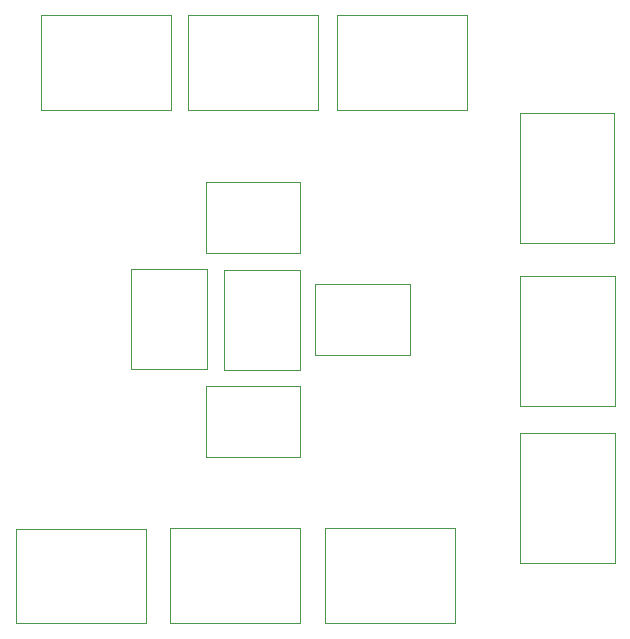
<source format=gbr>
%TF.GenerationSoftware,KiCad,Pcbnew,7.0.9*%
%TF.CreationDate,2024-01-08T12:14:10-08:00*%
%TF.ProjectId,Relay_PCB_1,52656c61-795f-4504-9342-5f312e6b6963,rev?*%
%TF.SameCoordinates,Original*%
%TF.FileFunction,Legend,Top*%
%TF.FilePolarity,Positive*%
%FSLAX46Y46*%
G04 Gerber Fmt 4.6, Leading zero omitted, Abs format (unit mm)*
G04 Created by KiCad (PCBNEW 7.0.9) date 2024-01-08 12:14:10*
%MOMM*%
%LPD*%
G01*
G04 APERTURE LIST*
%ADD10C,0.100000*%
G04 APERTURE END LIST*
D10*
%TO.C,*%
X164025000Y-104140000D02*
X172025000Y-104140000D01*
X172025000Y-104140000D02*
X172025000Y-93140000D01*
X172025000Y-93140000D02*
X164025000Y-93140000D01*
X164025000Y-93140000D02*
X164025000Y-104140000D01*
X164025000Y-90840000D02*
X172025000Y-90840000D01*
X172025000Y-90840000D02*
X172025000Y-79840000D01*
X172025000Y-79840000D02*
X164025000Y-79840000D01*
X164025000Y-79840000D02*
X164025000Y-90840000D01*
X163975000Y-77040000D02*
X171975000Y-77040000D01*
X171975000Y-77040000D02*
X171975000Y-66040000D01*
X171975000Y-66040000D02*
X163975000Y-66040000D01*
X163975000Y-66040000D02*
X163975000Y-77040000D01*
X154685000Y-80566000D02*
X146685000Y-80566000D01*
X146685000Y-80566000D02*
X146685000Y-86566000D01*
X146685000Y-86566000D02*
X154685000Y-86566000D01*
X154685000Y-86566000D02*
X154685000Y-80566000D01*
X148515000Y-57786000D02*
X159515000Y-57786000D01*
X159515000Y-57786000D02*
X159515000Y-65786000D01*
X159515000Y-65786000D02*
X148515000Y-65786000D01*
X148515000Y-65786000D02*
X148515000Y-57786000D01*
X147500000Y-101195000D02*
X158500000Y-101195000D01*
X158500000Y-101195000D02*
X158500000Y-109195000D01*
X158500000Y-109195000D02*
X147500000Y-109195000D01*
X147500000Y-109195000D02*
X147500000Y-101195000D01*
X145415000Y-89154000D02*
X137415000Y-89154000D01*
X137415000Y-89154000D02*
X137415000Y-95154000D01*
X137415000Y-95154000D02*
X145415000Y-95154000D01*
X145415000Y-95154000D02*
X145415000Y-89154000D01*
X145415000Y-79316000D02*
X138915000Y-79316000D01*
X138915000Y-79316000D02*
X138915000Y-87816000D01*
X138915000Y-87816000D02*
X145415000Y-87816000D01*
X145415000Y-87816000D02*
X145415000Y-79316000D01*
X145415000Y-71930000D02*
X137415000Y-71930000D01*
X137415000Y-71930000D02*
X137415000Y-77930000D01*
X137415000Y-77930000D02*
X145415000Y-77930000D01*
X145415000Y-77930000D02*
X145415000Y-71930000D01*
X137541000Y-79248000D02*
X131041000Y-79248000D01*
X131041000Y-79248000D02*
X131041000Y-87748000D01*
X131041000Y-87748000D02*
X137541000Y-87748000D01*
X137541000Y-87748000D02*
X137541000Y-79248000D01*
X135890000Y-57786000D02*
X146890000Y-57786000D01*
X146890000Y-57786000D02*
X146890000Y-65786000D01*
X146890000Y-65786000D02*
X135890000Y-65786000D01*
X135890000Y-65786000D02*
X135890000Y-57786000D01*
X134375000Y-101195000D02*
X145375000Y-101195000D01*
X145375000Y-101195000D02*
X145375000Y-109195000D01*
X145375000Y-109195000D02*
X134375000Y-109195000D01*
X134375000Y-109195000D02*
X134375000Y-101195000D01*
X123450000Y-57770000D02*
X134450000Y-57770000D01*
X134450000Y-57770000D02*
X134450000Y-65770000D01*
X134450000Y-65770000D02*
X123450000Y-65770000D01*
X123450000Y-65770000D02*
X123450000Y-57770000D01*
X121300000Y-101245000D02*
X132300000Y-101245000D01*
X132300000Y-101245000D02*
X132300000Y-109245000D01*
X132300000Y-109245000D02*
X121300000Y-109245000D01*
X121300000Y-109245000D02*
X121300000Y-101245000D01*
%TD*%
M02*

</source>
